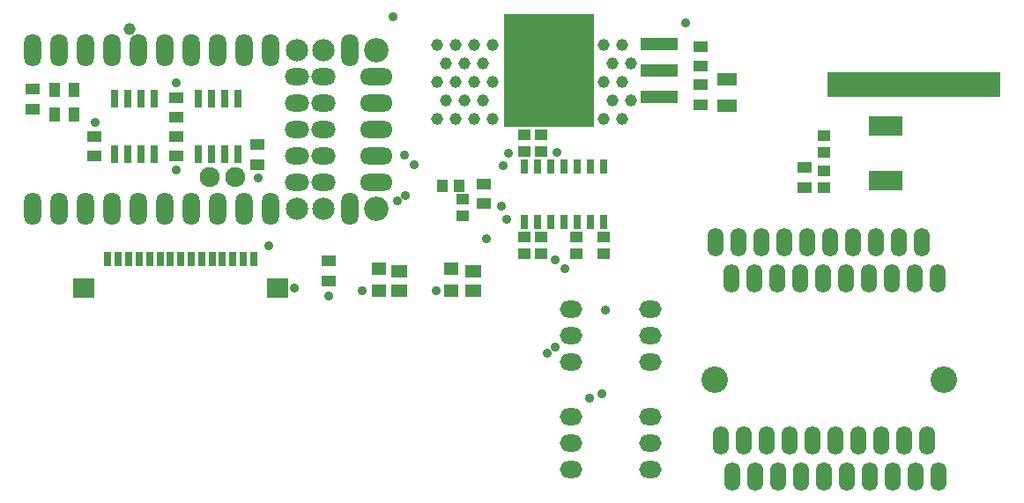
<source format=gts>
G04*
G04 #@! TF.GenerationSoftware,Altium Limited,Altium Designer,21.0.8 (223)*
G04*
G04 Layer_Color=8388736*
%FSLAX25Y25*%
%MOIN*%
G70*
G04*
G04 #@! TF.SameCoordinates,128E1E45-F731-4E68-84EB-4EEBB871E250*
G04*
G04*
G04 #@! TF.FilePolarity,Negative*
G04*
G01*
G75*
%ADD32R,0.65300X0.09200*%
%ADD33R,0.06299X0.04724*%
%ADD34R,0.05315X0.04921*%
%ADD35R,0.05709X0.04134*%
%ADD36R,0.04528X0.04134*%
%ADD37R,0.04134X0.05709*%
%ADD38R,0.12992X0.07598*%
%ADD39R,0.04134X0.04528*%
%ADD40R,0.02874X0.05236*%
%ADD41R,0.02953X0.06693*%
%ADD42R,0.07308X0.05136*%
%ADD43R,0.02953X0.05709*%
%ADD44R,0.08465X0.07677*%
%ADD45R,0.34449X0.42717*%
%ADD46R,0.13976X0.04528*%
%ADD47C,0.09252*%
%ADD48C,0.08465*%
%ADD49O,0.06496X0.12402*%
%ADD50O,0.12402X0.06496*%
%ADD51O,0.09252X0.06496*%
%ADD52O,0.06102X0.10827*%
%ADD53O,0.08465X0.06496*%
%ADD54C,0.10039*%
%ADD55C,0.03591*%
%ADD56C,0.07591*%
%ADD57C,0.04591*%
D32*
X341450Y373800D02*
D03*
D33*
X174761Y303135D02*
D03*
Y295852D02*
D03*
X146900Y295868D02*
D03*
Y303151D02*
D03*
D34*
X166561Y304218D02*
D03*
Y295950D02*
D03*
X139000Y304234D02*
D03*
Y295966D02*
D03*
D35*
X300200Y334960D02*
D03*
Y342440D02*
D03*
X31400Y354340D02*
D03*
Y346860D02*
D03*
X178800Y328870D02*
D03*
Y336350D02*
D03*
X93200Y343660D02*
D03*
Y351140D02*
D03*
X62600Y361460D02*
D03*
Y368940D02*
D03*
X62500Y354340D02*
D03*
Y346860D02*
D03*
X120300Y307100D02*
D03*
Y299620D02*
D03*
X260800Y373780D02*
D03*
X260700Y380860D02*
D03*
X8100Y364720D02*
D03*
Y372200D02*
D03*
X260700Y388340D02*
D03*
X260800Y366300D02*
D03*
D36*
X194000Y354850D02*
D03*
Y348550D02*
D03*
Y316250D02*
D03*
Y309950D02*
D03*
X307500Y354650D02*
D03*
Y348350D02*
D03*
X224000Y309950D02*
D03*
Y316250D02*
D03*
X200400Y354850D02*
D03*
Y348550D02*
D03*
X170800Y330650D02*
D03*
Y324350D02*
D03*
X213900Y309950D02*
D03*
Y316250D02*
D03*
X307400Y341259D02*
D03*
Y334960D02*
D03*
X200400Y309950D02*
D03*
Y316250D02*
D03*
D37*
X16460Y362700D02*
D03*
X23940D02*
D03*
Y371800D02*
D03*
X16460D02*
D03*
D38*
X330900Y358095D02*
D03*
Y337505D02*
D03*
D39*
X163286Y335500D02*
D03*
X169585D02*
D03*
D40*
X194000Y321900D02*
D03*
X199000D02*
D03*
X204000D02*
D03*
X209000D02*
D03*
X214000D02*
D03*
X219000D02*
D03*
X224000D02*
D03*
Y342845D02*
D03*
X219000D02*
D03*
X214000D02*
D03*
X209000D02*
D03*
X204000D02*
D03*
X199000D02*
D03*
X194000D02*
D03*
D41*
X85700Y368730D02*
D03*
X75700D02*
D03*
X70700D02*
D03*
X75700Y347470D02*
D03*
X80700D02*
D03*
X70700D02*
D03*
X80700Y368730D02*
D03*
X85700Y347470D02*
D03*
X49200D02*
D03*
X44200D02*
D03*
X39200Y368730D02*
D03*
X44200D02*
D03*
X54200D02*
D03*
X39200Y347470D02*
D03*
X49200Y368730D02*
D03*
X54200Y347470D02*
D03*
D42*
X270800Y366000D02*
D03*
Y376046D02*
D03*
D43*
X83896Y307900D02*
D03*
X79959D02*
D03*
X68148D02*
D03*
X64211D02*
D03*
X60274D02*
D03*
X56337D02*
D03*
X40589D02*
D03*
X44526D02*
D03*
X48463D02*
D03*
X52400D02*
D03*
X72085D02*
D03*
X76022D02*
D03*
X87833D02*
D03*
X36652D02*
D03*
X91770D02*
D03*
D44*
X27597Y297073D02*
D03*
X100825D02*
D03*
D45*
X203452Y379400D02*
D03*
D46*
X245184D02*
D03*
Y369400D02*
D03*
Y389400D02*
D03*
D47*
X138300Y386800D02*
D03*
Y326800D02*
D03*
D48*
X118300D02*
D03*
X108300D02*
D03*
X118300Y386800D02*
D03*
X108300D02*
D03*
D49*
X78300D02*
D03*
X18300D02*
D03*
X8300Y326800D02*
D03*
X28300Y386800D02*
D03*
X18300Y326800D02*
D03*
X28300D02*
D03*
X38300D02*
D03*
X48300D02*
D03*
X58300D02*
D03*
X68300D02*
D03*
X78300D02*
D03*
X88300D02*
D03*
X98300D02*
D03*
X128300D02*
D03*
Y386800D02*
D03*
X98300D02*
D03*
X88300D02*
D03*
X68300D02*
D03*
X58300D02*
D03*
X48300D02*
D03*
X38300D02*
D03*
X8300D02*
D03*
D50*
X138300Y356800D02*
D03*
Y346800D02*
D03*
Y336800D02*
D03*
Y366800D02*
D03*
Y376800D02*
D03*
D51*
X108300Y336800D02*
D03*
X118300D02*
D03*
X108300Y346800D02*
D03*
X118300D02*
D03*
X108300Y356800D02*
D03*
X118300D02*
D03*
X108300Y366800D02*
D03*
X118300D02*
D03*
X108300Y376800D02*
D03*
X118300D02*
D03*
D52*
X350381Y300618D02*
D03*
X341719D02*
D03*
X333058D02*
D03*
X324397D02*
D03*
X315735D02*
D03*
X307074D02*
D03*
X298412D02*
D03*
X289751D02*
D03*
X281089D02*
D03*
X272428D02*
D03*
X292507Y314398D02*
D03*
X318491D02*
D03*
X266523D02*
D03*
X275184D02*
D03*
X283845D02*
D03*
X301168D02*
D03*
X309830D02*
D03*
X327152D02*
D03*
X335814D02*
D03*
X344475D02*
D03*
X272969Y225520D02*
D03*
X281631D02*
D03*
X290292D02*
D03*
X298954D02*
D03*
X307615D02*
D03*
X316276D02*
D03*
X324938D02*
D03*
X333599D02*
D03*
X342261D02*
D03*
X350922D02*
D03*
X268639Y239300D02*
D03*
X277300D02*
D03*
X285961D02*
D03*
X294623D02*
D03*
X303284D02*
D03*
X311946D02*
D03*
X320607D02*
D03*
X329269D02*
D03*
X337930D02*
D03*
X346591D02*
D03*
D53*
X241832Y248312D02*
D03*
Y228312D02*
D03*
X211700Y248324D02*
D03*
Y228324D02*
D03*
X241832Y238312D02*
D03*
X211700Y238324D02*
D03*
Y268900D02*
D03*
Y278900D02*
D03*
Y288900D02*
D03*
X241832Y268888D02*
D03*
Y278888D02*
D03*
Y288888D02*
D03*
D54*
X352891Y262135D02*
D03*
X266276D02*
D03*
D55*
X202720Y272300D02*
D03*
X205700Y274700D02*
D03*
X223375Y257000D02*
D03*
X218900Y255300D02*
D03*
X97500Y312800D02*
D03*
X144400Y399500D02*
D03*
X148900Y347200D02*
D03*
X152500Y343700D02*
D03*
X149300Y332000D02*
D03*
X146317Y329776D02*
D03*
X132966Y295966D02*
D03*
X160750Y295950D02*
D03*
X224800Y288600D02*
D03*
X188100Y348000D02*
D03*
X186300Y343200D02*
D03*
X205894Y307706D02*
D03*
X209500Y304100D02*
D03*
X206500Y348200D02*
D03*
X187400Y322900D02*
D03*
X179800Y315700D02*
D03*
X185400Y328000D02*
D03*
X255200Y397400D02*
D03*
X107273Y297073D02*
D03*
X120200Y293800D02*
D03*
X93400Y338700D02*
D03*
X31700Y359600D02*
D03*
X62400Y341500D02*
D03*
X62500Y374600D02*
D03*
D56*
X84900Y339000D02*
D03*
X75064Y339050D02*
D03*
D57*
X44800Y394800D02*
D03*
X231000Y389000D02*
D03*
X234500Y382000D02*
D03*
X231000Y375000D02*
D03*
X234500Y368000D02*
D03*
X231000Y361000D02*
D03*
X224000Y389000D02*
D03*
X227500Y382000D02*
D03*
X224000Y375000D02*
D03*
X227500Y368000D02*
D03*
X224000Y361000D02*
D03*
X182000Y389000D02*
D03*
Y375000D02*
D03*
Y361000D02*
D03*
X175000Y389000D02*
D03*
X178500Y382000D02*
D03*
X175000Y375000D02*
D03*
X178500Y368000D02*
D03*
X175000Y361000D02*
D03*
X168000Y389000D02*
D03*
X171500Y382000D02*
D03*
X168000Y375000D02*
D03*
X171500Y368000D02*
D03*
X168000Y361000D02*
D03*
X161000Y389000D02*
D03*
X164500Y382000D02*
D03*
X161000Y375000D02*
D03*
X164500Y368000D02*
D03*
X161000Y361000D02*
D03*
M02*

</source>
